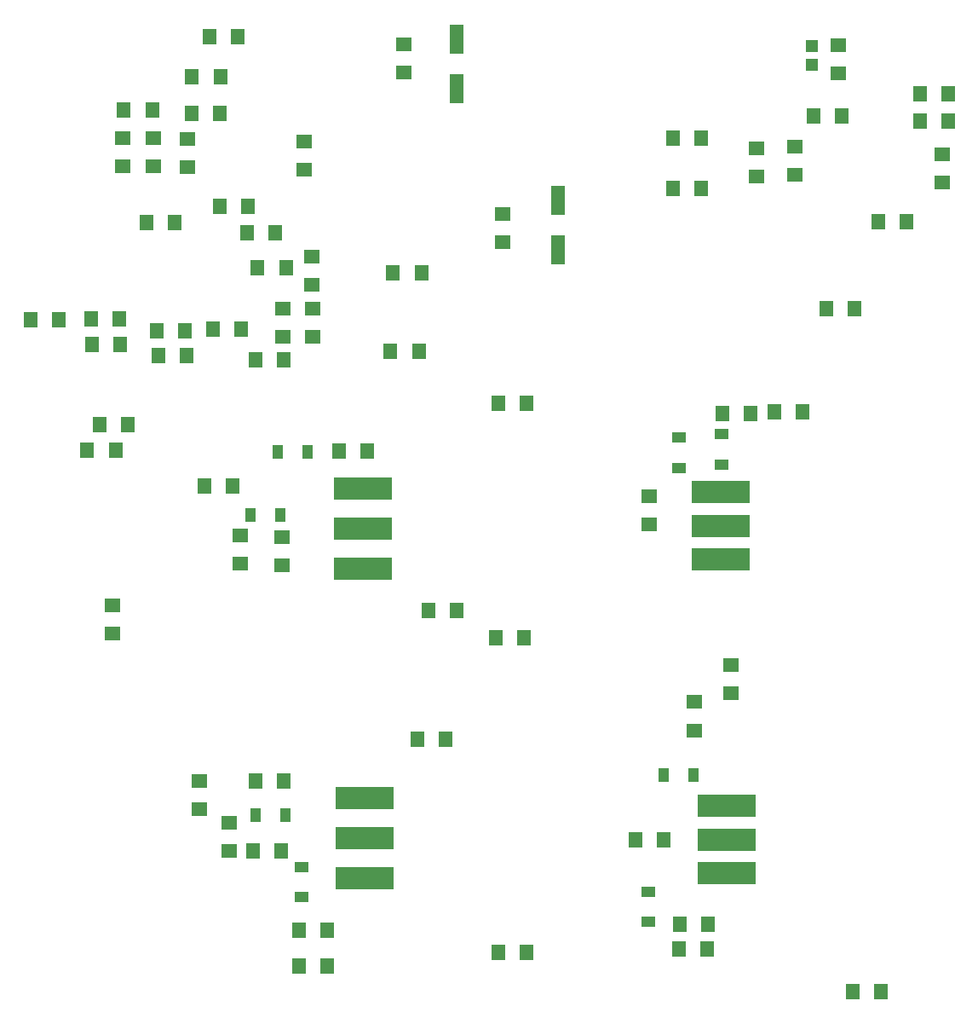
<source format=gbr>
G04 DipTrace 3.3.1.1*
G04 TopPaste.gbr*
%MOIN*%
G04 #@! TF.FileFunction,Paste,Top*
G04 #@! TF.Part,Single*
%ADD63R,0.051055X0.051055*%
%ADD67R,0.22822X0.090425*%
%ADD71R,0.054992X0.039244*%
%ADD73R,0.039244X0.054992*%
%ADD83R,0.054992X0.116016*%
%ADD85R,0.054992X0.062866*%
%ADD87R,0.062866X0.054992*%
%FSLAX26Y26*%
G04*
G70*
G90*
G75*
G01*
G04 TopPaste*
%LPD*%
D87*
X1103199Y3822227D3*
Y3711991D3*
D85*
X1339160Y3559133D3*
X1228924D3*
D87*
X1475169Y3157104D3*
Y3046867D3*
D85*
X836601Y3118003D3*
X726365D3*
X598668Y3116119D3*
X488432D3*
X1312610Y3076371D3*
X1202374D3*
X1092453Y3071311D3*
X982217D3*
X821551Y2603009D3*
X711315D3*
X1908001Y3298173D3*
X2018238D3*
D87*
X2336211Y3527260D3*
Y3417024D3*
D83*
X2552525Y3582123D3*
Y3389210D3*
D85*
X3969720Y3891815D3*
X4079957D3*
D87*
X3651143Y4079286D3*
Y4189522D3*
D85*
X2008173Y2992425D3*
X1897937D3*
X1540364Y586604D3*
X1650600D3*
X1280109Y2465066D3*
X1169873D3*
D87*
X810361Y1887094D3*
Y1997331D3*
X1148274Y1311770D3*
Y1201534D3*
D85*
X1370008Y1312820D3*
X1480244D3*
X1360703Y1038699D3*
X1470940D3*
D87*
X1471665Y2154916D3*
Y2265152D3*
D85*
X2318870Y641610D3*
X2429106D3*
X2318711Y2788990D3*
X2428948D3*
X3707400Y488035D3*
X3817636D3*
X3602601Y3159388D3*
X3712837D3*
X3400178Y2753585D3*
X3510415D3*
D87*
X2911320Y2315238D3*
Y2425474D3*
D85*
X2156715Y1978043D3*
X2046479D3*
X2420647Y1871749D3*
X2310411D3*
D87*
X3228646Y1653843D3*
Y1764079D3*
X3087227Y1619731D3*
Y1509495D3*
D85*
X2003192Y1474260D3*
X2113428D3*
X2967014Y1080387D3*
X2856778D3*
X3137785Y655677D3*
X3027549D3*
D87*
X1948256Y4192584D3*
Y4082348D3*
D83*
X2156333Y4212270D3*
Y4019357D3*
D85*
X3805567Y3496760D3*
X3915803D3*
D87*
X1591259Y3360711D3*
Y3250475D3*
D73*
X1455295Y2598541D3*
X1573406D3*
X1349807Y2349718D3*
X1467917D3*
D71*
X1549425Y975961D3*
Y857850D3*
D73*
X1368255Y1177689D3*
X1486365D3*
D71*
X3193508Y2548127D3*
Y2666238D3*
X3025442Y2535003D3*
Y2653113D3*
D73*
X2965458Y1334285D3*
X3083568D3*
D71*
X2906987Y878322D3*
Y760211D3*
D67*
X3191066Y2440558D3*
Y2309552D3*
Y2178549D3*
X3211829Y1213572D3*
Y1082568D3*
Y951563D3*
X1790343Y2455913D3*
Y2298433D3*
Y2140953D3*
X1796933Y1245472D3*
D63*
X3545965Y4112457D3*
D67*
X1796933Y1087992D3*
Y930512D3*
D63*
X3546568Y4184198D3*
D87*
X1559677Y3810828D3*
Y3700592D3*
D85*
X1121236Y4063608D3*
X1231472D3*
X1118807Y3922202D3*
X1229043D3*
D87*
X851190Y3715722D3*
Y3825958D3*
D85*
X1051836Y3495514D3*
X941600D3*
X1337251Y3453525D3*
X1447487D3*
X1488291Y3316819D3*
X1378055D3*
X870571Y2705429D3*
X760335D3*
D87*
X1591526Y3158130D3*
Y3047894D3*
D85*
X1479239Y2959493D3*
X1369003D3*
X1099707Y2972954D3*
X989471D3*
X839546Y3016936D3*
X729310D3*
X1188098Y4219588D3*
X1298335D3*
X4080031Y3998699D3*
X3969795D3*
D87*
X970064Y3715726D3*
Y3825962D3*
D85*
X964976Y3934490D3*
X854740D3*
X3662705Y3912617D3*
X3552469D3*
X1696056Y2602705D3*
X1806293D3*
X1649441Y726459D3*
X1539205D3*
D87*
X1266777Y1148871D3*
Y1038635D3*
X1308965Y2270009D3*
Y2159773D3*
D85*
X3306346Y2748516D3*
X3196110D3*
X3140857Y752024D3*
X3030621D3*
X3114014Y3627820D3*
X3003778D3*
X3113047Y3825076D3*
X3002811D3*
D87*
X3330463Y3673525D3*
Y3783761D3*
X3478896Y3682108D3*
Y3792344D3*
X4056759Y3652035D3*
Y3762272D3*
M02*

</source>
